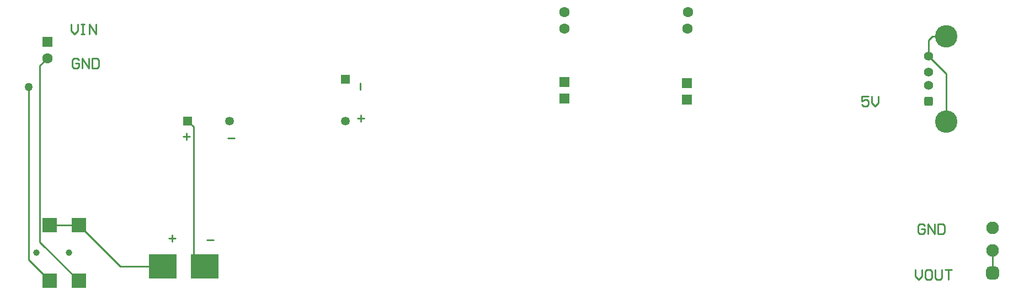
<source format=gtl>
G04*
G04 #@! TF.GenerationSoftware,Altium Limited,Altium Designer,24.6.1 (21)*
G04*
G04 Layer_Physical_Order=1*
G04 Layer_Color=255*
%FSLAX44Y44*%
%MOMM*%
G71*
G04*
G04 #@! TF.SameCoordinates,958CD009-C92F-408B-8D77-DDB794054E94*
G04*
G04*
G04 #@! TF.FilePolarity,Positive*
G04*
G01*
G75*
%ADD14C,0.2540*%
%ADD15R,2.2000X2.2000*%
%ADD16R,4.2400X3.8100*%
%ADD31R,1.6000X1.6000*%
G04:AMPARAMS|DCode=32|XSize=1.6mm|YSize=1.6mm|CornerRadius=0.8mm|HoleSize=0mm|Usage=FLASHONLY|Rotation=90.000|XOffset=0mm|YOffset=0mm|HoleType=Round|Shape=RoundedRectangle|*
%AMROUNDEDRECTD32*
21,1,1.6000,0.0000,0,0,90.0*
21,1,0.0000,1.6000,0,0,90.0*
1,1,1.6000,0.0000,0.0000*
1,1,1.6000,0.0000,0.0000*
1,1,1.6000,0.0000,0.0000*
1,1,1.6000,0.0000,0.0000*
%
%ADD32ROUNDEDRECTD32*%
%ADD33C,1.0000*%
%ADD34C,1.4200*%
G04:AMPARAMS|DCode=35|XSize=1.42mm|YSize=1.42mm|CornerRadius=0.355mm|HoleSize=0mm|Usage=FLASHONLY|Rotation=90.000|XOffset=0mm|YOffset=0mm|HoleType=Round|Shape=RoundedRectangle|*
%AMROUNDEDRECTD35*
21,1,1.4200,0.7100,0,0,90.0*
21,1,0.7100,1.4200,0,0,90.0*
1,1,0.7100,0.3550,0.3550*
1,1,0.7100,0.3550,-0.3550*
1,1,0.7100,-0.3550,-0.3550*
1,1,0.7100,-0.3550,0.3550*
%
%ADD35ROUNDEDRECTD35*%
%ADD36C,3.4500*%
%ADD37C,1.6000*%
%ADD38C,1.3500*%
%ADD39R,1.3500X1.3500*%
%ADD40R,1.3500X1.3500*%
%ADD41C,1.9500*%
G04:AMPARAMS|DCode=42|XSize=1.95mm|YSize=1.95mm|CornerRadius=0.4875mm|HoleSize=0mm|Usage=FLASHONLY|Rotation=90.000|XOffset=0mm|YOffset=0mm|HoleType=Round|Shape=RoundedRectangle|*
%AMROUNDEDRECTD42*
21,1,1.9500,0.9750,0,0,90.0*
21,1,0.9750,1.9500,0,0,90.0*
1,1,0.9750,0.4875,0.4875*
1,1,0.9750,0.4875,-0.4875*
1,1,0.9750,-0.4875,-0.4875*
1,1,0.9750,-0.4875,0.4875*
%
%ADD42ROUNDEDRECTD42*%
%ADD43C,1.2700*%
D14*
X511810Y292100D02*
Y506480D01*
X258318Y301973D02*
X290692Y269600D01*
X258318Y301973D02*
Y568198D01*
X399192Y292100D02*
X464720D01*
X335691Y355600D02*
X399192Y292100D01*
X1645370Y646090D02*
X1666460D01*
X1639360Y640080D02*
X1645370Y646090D01*
X1639360Y615390D02*
Y640080D01*
X1666460Y514690D02*
Y588290D01*
X1639360Y615390D02*
X1666460Y588290D01*
X275844Y329447D02*
X335691Y269600D01*
X275844Y329447D02*
Y600964D01*
X287020Y612140D01*
X511810Y292100D02*
X528420D01*
X502670Y515620D02*
X511810Y506480D01*
X1737820Y281230D02*
Y316230D01*
X290692Y355600D02*
X335691D01*
X768352Y514350D02*
Y524507D01*
X763273Y519428D02*
X773430D01*
X767080Y563880D02*
Y574037D01*
X563880Y488950D02*
X574037D01*
X495300Y491488D02*
X505457D01*
X500378Y496567D02*
Y486410D01*
X532130Y332740D02*
X542287D01*
X473710Y335278D02*
X483867D01*
X478788Y340357D02*
Y330200D01*
X335277Y609596D02*
X332738Y612135D01*
X327659D01*
X325120Y609596D01*
Y599439D01*
X327659Y596900D01*
X332738D01*
X335277Y599439D01*
Y604518D01*
X330198D01*
X340355Y596900D02*
Y612135D01*
X350512Y596900D01*
Y612135D01*
X355590D02*
Y596900D01*
X363208D01*
X365747Y599439D01*
Y609596D01*
X363208Y612135D01*
X355590D01*
X323850Y664205D02*
Y654048D01*
X328928Y648970D01*
X334007Y654048D01*
Y664205D01*
X339085D02*
X344163D01*
X341624D01*
Y648970D01*
X339085D01*
X344163D01*
X351781D02*
Y664205D01*
X361938Y648970D01*
Y664205D01*
X1633217Y354326D02*
X1630677Y356865D01*
X1625599D01*
X1623060Y354326D01*
Y344169D01*
X1625599Y341630D01*
X1630677D01*
X1633217Y344169D01*
Y349248D01*
X1628138D01*
X1638295Y341630D02*
Y356865D01*
X1648452Y341630D01*
Y356865D01*
X1653530D02*
Y341630D01*
X1661148D01*
X1663687Y344169D01*
Y354326D01*
X1661148Y356865D01*
X1653530D01*
X1619250Y287015D02*
Y276858D01*
X1624328Y271780D01*
X1629407Y276858D01*
Y287015D01*
X1642103D02*
X1637024D01*
X1634485Y284476D01*
Y274319D01*
X1637024Y271780D01*
X1642103D01*
X1644642Y274319D01*
Y284476D01*
X1642103Y287015D01*
X1649720D02*
Y274319D01*
X1652259Y271780D01*
X1657338D01*
X1659877Y274319D01*
Y287015D01*
X1664955D02*
X1675112D01*
X1670034D01*
Y271780D01*
X1546857Y553715D02*
X1536700D01*
Y546097D01*
X1541778Y548637D01*
X1544317D01*
X1546857Y546097D01*
Y541019D01*
X1544317Y538480D01*
X1539239D01*
X1536700Y541019D01*
X1551935Y553715D02*
Y543558D01*
X1557013Y538480D01*
X1562092Y543558D01*
Y553715D01*
D15*
X335691Y269600D02*
D03*
Y355600D02*
D03*
X290692D02*
D03*
Y269600D02*
D03*
D16*
X528420Y292100D02*
D03*
X464720D02*
D03*
D31*
X1080770Y575310D02*
D03*
Y549910D02*
D03*
X1268730Y548640D02*
D03*
Y574040D02*
D03*
X287020Y637540D02*
D03*
D32*
X1080516Y657860D02*
D03*
X1080770Y683260D02*
D03*
X1270000D02*
D03*
X1269746Y657860D02*
D03*
D33*
X320692Y312600D02*
D03*
X270692D02*
D03*
D34*
X1639360Y590390D02*
D03*
Y570390D02*
D03*
Y615390D02*
D03*
D35*
Y545390D02*
D03*
D36*
X1666460Y514690D02*
D03*
Y646090D02*
D03*
D37*
X287020Y612140D02*
D03*
D38*
X566670Y515620D02*
D03*
X744220Y515370D02*
D03*
D39*
X502670Y515620D02*
D03*
D40*
X744220Y579370D02*
D03*
D41*
X1737820Y316230D02*
D03*
Y351230D02*
D03*
D42*
Y281230D02*
D03*
D43*
X258318Y568198D02*
D03*
M02*

</source>
